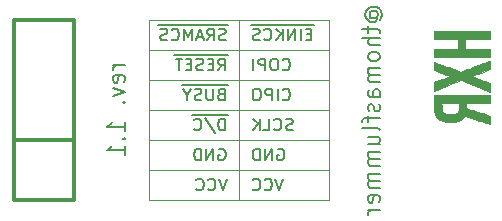
<source format=gbo>
G04 #@! TF.GenerationSoftware,KiCad,Pcbnew,(5.99.0-8084-g866e5df16a)*
G04 #@! TF.CreationDate,2021-01-03T17:36:52+01:00*
G04 #@! TF.ProjectId,e-ink_pmod,652d696e-6b5f-4706-9d6f-642e6b696361,1.1*
G04 #@! TF.SameCoordinates,PX525bfc0PY429d390*
G04 #@! TF.FileFunction,Legend,Bot*
G04 #@! TF.FilePolarity,Positive*
%FSLAX46Y46*%
G04 Gerber Fmt 4.6, Leading zero omitted, Abs format (unit mm)*
G04 Created by KiCad (PCBNEW (5.99.0-8084-g866e5df16a)) date 2021-01-03 17:36:52*
%MOMM*%
%LPD*%
G01*
G04 APERTURE LIST*
%ADD10C,0.120000*%
%ADD11C,0.200000*%
%ADD12C,0.150000*%
%ADD13C,0.304800*%
%ADD14C,0.010000*%
G04 APERTURE END LIST*
D10*
X13970000Y-2540000D02*
X21590000Y-2540000D01*
X29210000Y-17780000D02*
X21590000Y-17780000D01*
X13970000Y-15240000D02*
X29210000Y-15240000D01*
X29210000Y-12700000D02*
X13970000Y-12700000D01*
X21590000Y-2540000D02*
X29210000Y-2540000D01*
X21590000Y-17780000D02*
X13970000Y-17780000D01*
X13970000Y-10160000D02*
X29210000Y-10160000D01*
X29210000Y-2540000D02*
X29210000Y-17780000D01*
X13970000Y-5080000D02*
X29210000Y-5080000D01*
X29210000Y-7620000D02*
X13970000Y-7620000D01*
X13970000Y-17780000D02*
X13970000Y-2540000D01*
X21590000Y-2540000D02*
X21590000Y-17780000D01*
D11*
X32814285Y-2330000D02*
X32742857Y-2263333D01*
X32671428Y-2130000D01*
X32671428Y-1996666D01*
X32742857Y-1863333D01*
X32814285Y-1796666D01*
X32957142Y-1730000D01*
X33100000Y-1730000D01*
X33242857Y-1796666D01*
X33314285Y-1863333D01*
X33385714Y-1996666D01*
X33385714Y-2130000D01*
X33314285Y-2263333D01*
X33242857Y-2330000D01*
X32671428Y-2330000D02*
X33242857Y-2330000D01*
X33314285Y-2396666D01*
X33314285Y-2463333D01*
X33242857Y-2596666D01*
X33100000Y-2663333D01*
X32742857Y-2663333D01*
X32528571Y-2530000D01*
X32385714Y-2330000D01*
X32314285Y-2063333D01*
X32385714Y-1796666D01*
X32528571Y-1596666D01*
X32742857Y-1463333D01*
X33028571Y-1396666D01*
X33314285Y-1463333D01*
X33528571Y-1596666D01*
X33671428Y-1796666D01*
X33742857Y-2063333D01*
X33671428Y-2330000D01*
X33528571Y-2530000D01*
X32528571Y-3063333D02*
X32528571Y-3596666D01*
X32028571Y-3263333D02*
X33314285Y-3263333D01*
X33457142Y-3330000D01*
X33528571Y-3463333D01*
X33528571Y-3596666D01*
X33528571Y-4063333D02*
X32028571Y-4063333D01*
X33528571Y-4663333D02*
X32742857Y-4663333D01*
X32600000Y-4596666D01*
X32528571Y-4463333D01*
X32528571Y-4263333D01*
X32600000Y-4130000D01*
X32671428Y-4063333D01*
X33528571Y-5530000D02*
X33457142Y-5396666D01*
X33385714Y-5330000D01*
X33242857Y-5263333D01*
X32814285Y-5263333D01*
X32671428Y-5330000D01*
X32600000Y-5396666D01*
X32528571Y-5530000D01*
X32528571Y-5730000D01*
X32600000Y-5863333D01*
X32671428Y-5930000D01*
X32814285Y-5996666D01*
X33242857Y-5996666D01*
X33385714Y-5930000D01*
X33457142Y-5863333D01*
X33528571Y-5730000D01*
X33528571Y-5530000D01*
X33528571Y-6596666D02*
X32528571Y-6596666D01*
X32671428Y-6596666D02*
X32600000Y-6663333D01*
X32528571Y-6796666D01*
X32528571Y-6996666D01*
X32600000Y-7130000D01*
X32742857Y-7196666D01*
X33528571Y-7196666D01*
X32742857Y-7196666D02*
X32600000Y-7263333D01*
X32528571Y-7396666D01*
X32528571Y-7596666D01*
X32600000Y-7730000D01*
X32742857Y-7796666D01*
X33528571Y-7796666D01*
X33528571Y-9063333D02*
X32742857Y-9063333D01*
X32600000Y-8996666D01*
X32528571Y-8863333D01*
X32528571Y-8596666D01*
X32600000Y-8463333D01*
X33457142Y-9063333D02*
X33528571Y-8930000D01*
X33528571Y-8596666D01*
X33457142Y-8463333D01*
X33314285Y-8396666D01*
X33171428Y-8396666D01*
X33028571Y-8463333D01*
X32957142Y-8596666D01*
X32957142Y-8930000D01*
X32885714Y-9063333D01*
X33457142Y-9663333D02*
X33528571Y-9796666D01*
X33528571Y-10063333D01*
X33457142Y-10196666D01*
X33314285Y-10263333D01*
X33242857Y-10263333D01*
X33100000Y-10196666D01*
X33028571Y-10063333D01*
X33028571Y-9863333D01*
X32957142Y-9730000D01*
X32814285Y-9663333D01*
X32742857Y-9663333D01*
X32600000Y-9730000D01*
X32528571Y-9863333D01*
X32528571Y-10063333D01*
X32600000Y-10196666D01*
X32528571Y-10663333D02*
X32528571Y-11196666D01*
X33528571Y-10863333D02*
X32242857Y-10863333D01*
X32100000Y-10930000D01*
X32028571Y-11063333D01*
X32028571Y-11196666D01*
X33528571Y-11863333D02*
X33457142Y-11730000D01*
X33314285Y-11663333D01*
X32028571Y-11663333D01*
X32528571Y-12996666D02*
X33528571Y-12996666D01*
X32528571Y-12396666D02*
X33314285Y-12396666D01*
X33457142Y-12463333D01*
X33528571Y-12596666D01*
X33528571Y-12796666D01*
X33457142Y-12930000D01*
X33385714Y-12996666D01*
X33528571Y-13663333D02*
X32528571Y-13663333D01*
X32671428Y-13663333D02*
X32600000Y-13730000D01*
X32528571Y-13863333D01*
X32528571Y-14063333D01*
X32600000Y-14196666D01*
X32742857Y-14263333D01*
X33528571Y-14263333D01*
X32742857Y-14263333D02*
X32600000Y-14330000D01*
X32528571Y-14463333D01*
X32528571Y-14663333D01*
X32600000Y-14796666D01*
X32742857Y-14863333D01*
X33528571Y-14863333D01*
X33528571Y-15530000D02*
X32528571Y-15530000D01*
X32671428Y-15530000D02*
X32600000Y-15596666D01*
X32528571Y-15730000D01*
X32528571Y-15930000D01*
X32600000Y-16063333D01*
X32742857Y-16130000D01*
X33528571Y-16130000D01*
X32742857Y-16130000D02*
X32600000Y-16196666D01*
X32528571Y-16330000D01*
X32528571Y-16530000D01*
X32600000Y-16663333D01*
X32742857Y-16730000D01*
X33528571Y-16730000D01*
X33457142Y-17930000D02*
X33528571Y-17796666D01*
X33528571Y-17530000D01*
X33457142Y-17396666D01*
X33314285Y-17330000D01*
X32742857Y-17330000D01*
X32600000Y-17396666D01*
X32528571Y-17530000D01*
X32528571Y-17796666D01*
X32600000Y-17930000D01*
X32742857Y-17996666D01*
X32885714Y-17996666D01*
X33028571Y-17330000D01*
X33528571Y-18596666D02*
X32528571Y-18596666D01*
X32814285Y-18596666D02*
X32671428Y-18663333D01*
X32600000Y-18730000D01*
X32528571Y-18863333D01*
X32528571Y-18996666D01*
D12*
X20567261Y-15952380D02*
X20233928Y-16952380D01*
X19900595Y-15952380D01*
X18995833Y-16857142D02*
X19043452Y-16904761D01*
X19186309Y-16952380D01*
X19281547Y-16952380D01*
X19424404Y-16904761D01*
X19519642Y-16809523D01*
X19567261Y-16714285D01*
X19614880Y-16523809D01*
X19614880Y-16380952D01*
X19567261Y-16190476D01*
X19519642Y-16095238D01*
X19424404Y-16000000D01*
X19281547Y-15952380D01*
X19186309Y-15952380D01*
X19043452Y-16000000D01*
X18995833Y-16047619D01*
X17995833Y-16857142D02*
X18043452Y-16904761D01*
X18186309Y-16952380D01*
X18281547Y-16952380D01*
X18424404Y-16904761D01*
X18519642Y-16809523D01*
X18567261Y-16714285D01*
X18614880Y-16523809D01*
X18614880Y-16380952D01*
X18567261Y-16190476D01*
X18519642Y-16095238D01*
X18424404Y-16000000D01*
X18281547Y-15952380D01*
X18186309Y-15952380D01*
X18043452Y-16000000D01*
X17995833Y-16047619D01*
X20662500Y-5510000D02*
X19662500Y-5510000D01*
X19852976Y-6792380D02*
X20186309Y-6316190D01*
X20424404Y-6792380D02*
X20424404Y-5792380D01*
X20043452Y-5792380D01*
X19948214Y-5840000D01*
X19900595Y-5887619D01*
X19852976Y-5982857D01*
X19852976Y-6125714D01*
X19900595Y-6220952D01*
X19948214Y-6268571D01*
X20043452Y-6316190D01*
X20424404Y-6316190D01*
X19662500Y-5510000D02*
X18757738Y-5510000D01*
X19424404Y-6268571D02*
X19091071Y-6268571D01*
X18948214Y-6792380D02*
X19424404Y-6792380D01*
X19424404Y-5792380D01*
X18948214Y-5792380D01*
X18757738Y-5510000D02*
X17805357Y-5510000D01*
X18567261Y-6744761D02*
X18424404Y-6792380D01*
X18186309Y-6792380D01*
X18091071Y-6744761D01*
X18043452Y-6697142D01*
X17995833Y-6601904D01*
X17995833Y-6506666D01*
X18043452Y-6411428D01*
X18091071Y-6363809D01*
X18186309Y-6316190D01*
X18376785Y-6268571D01*
X18472023Y-6220952D01*
X18519642Y-6173333D01*
X18567261Y-6078095D01*
X18567261Y-5982857D01*
X18519642Y-5887619D01*
X18472023Y-5840000D01*
X18376785Y-5792380D01*
X18138690Y-5792380D01*
X17995833Y-5840000D01*
X17805357Y-5510000D02*
X16900595Y-5510000D01*
X17567261Y-6268571D02*
X17233928Y-6268571D01*
X17091071Y-6792380D02*
X17567261Y-6792380D01*
X17567261Y-5792380D01*
X17091071Y-5792380D01*
X16900595Y-5510000D02*
X16138690Y-5510000D01*
X16805357Y-5792380D02*
X16233928Y-5792380D01*
X16519642Y-6792380D02*
X16519642Y-5792380D01*
X25301785Y-6697142D02*
X25349404Y-6744761D01*
X25492261Y-6792380D01*
X25587500Y-6792380D01*
X25730357Y-6744761D01*
X25825595Y-6649523D01*
X25873214Y-6554285D01*
X25920833Y-6363809D01*
X25920833Y-6220952D01*
X25873214Y-6030476D01*
X25825595Y-5935238D01*
X25730357Y-5840000D01*
X25587500Y-5792380D01*
X25492261Y-5792380D01*
X25349404Y-5840000D01*
X25301785Y-5887619D01*
X24682738Y-5792380D02*
X24492261Y-5792380D01*
X24397023Y-5840000D01*
X24301785Y-5935238D01*
X24254166Y-6125714D01*
X24254166Y-6459047D01*
X24301785Y-6649523D01*
X24397023Y-6744761D01*
X24492261Y-6792380D01*
X24682738Y-6792380D01*
X24777976Y-6744761D01*
X24873214Y-6649523D01*
X24920833Y-6459047D01*
X24920833Y-6125714D01*
X24873214Y-5935238D01*
X24777976Y-5840000D01*
X24682738Y-5792380D01*
X23825595Y-6792380D02*
X23825595Y-5792380D01*
X23444642Y-5792380D01*
X23349404Y-5840000D01*
X23301785Y-5887619D01*
X23254166Y-5982857D01*
X23254166Y-6125714D01*
X23301785Y-6220952D01*
X23349404Y-6268571D01*
X23444642Y-6316190D01*
X23825595Y-6316190D01*
X22825595Y-6792380D02*
X22825595Y-5792380D01*
X24873214Y-13460000D02*
X24968452Y-13412380D01*
X25111309Y-13412380D01*
X25254166Y-13460000D01*
X25349404Y-13555238D01*
X25397023Y-13650476D01*
X25444642Y-13840952D01*
X25444642Y-13983809D01*
X25397023Y-14174285D01*
X25349404Y-14269523D01*
X25254166Y-14364761D01*
X25111309Y-14412380D01*
X25016071Y-14412380D01*
X24873214Y-14364761D01*
X24825595Y-14317142D01*
X24825595Y-13983809D01*
X25016071Y-13983809D01*
X24397023Y-14412380D02*
X24397023Y-13412380D01*
X23825595Y-14412380D01*
X23825595Y-13412380D01*
X23349404Y-14412380D02*
X23349404Y-13412380D01*
X23111309Y-13412380D01*
X22968452Y-13460000D01*
X22873214Y-13555238D01*
X22825595Y-13650476D01*
X22777976Y-13840952D01*
X22777976Y-13983809D01*
X22825595Y-14174285D01*
X22873214Y-14269523D01*
X22968452Y-14364761D01*
X23111309Y-14412380D01*
X23349404Y-14412380D01*
X20662500Y-2970000D02*
X19710119Y-2970000D01*
X20472023Y-4204761D02*
X20329166Y-4252380D01*
X20091071Y-4252380D01*
X19995833Y-4204761D01*
X19948214Y-4157142D01*
X19900595Y-4061904D01*
X19900595Y-3966666D01*
X19948214Y-3871428D01*
X19995833Y-3823809D01*
X20091071Y-3776190D01*
X20281547Y-3728571D01*
X20376785Y-3680952D01*
X20424404Y-3633333D01*
X20472023Y-3538095D01*
X20472023Y-3442857D01*
X20424404Y-3347619D01*
X20376785Y-3300000D01*
X20281547Y-3252380D01*
X20043452Y-3252380D01*
X19900595Y-3300000D01*
X19710119Y-2970000D02*
X18710119Y-2970000D01*
X18900595Y-4252380D02*
X19233928Y-3776190D01*
X19472023Y-4252380D02*
X19472023Y-3252380D01*
X19091071Y-3252380D01*
X18995833Y-3300000D01*
X18948214Y-3347619D01*
X18900595Y-3442857D01*
X18900595Y-3585714D01*
X18948214Y-3680952D01*
X18995833Y-3728571D01*
X19091071Y-3776190D01*
X19472023Y-3776190D01*
X18710119Y-2970000D02*
X17852976Y-2970000D01*
X18519642Y-3966666D02*
X18043452Y-3966666D01*
X18614880Y-4252380D02*
X18281547Y-3252380D01*
X17948214Y-4252380D01*
X17852976Y-2970000D02*
X16710119Y-2970000D01*
X17614880Y-4252380D02*
X17614880Y-3252380D01*
X17281547Y-3966666D01*
X16948214Y-3252380D01*
X16948214Y-4252380D01*
X16710119Y-2970000D02*
X15710119Y-2970000D01*
X15900595Y-4157142D02*
X15948214Y-4204761D01*
X16091071Y-4252380D01*
X16186309Y-4252380D01*
X16329166Y-4204761D01*
X16424404Y-4109523D01*
X16472023Y-4014285D01*
X16519642Y-3823809D01*
X16519642Y-3680952D01*
X16472023Y-3490476D01*
X16424404Y-3395238D01*
X16329166Y-3300000D01*
X16186309Y-3252380D01*
X16091071Y-3252380D01*
X15948214Y-3300000D01*
X15900595Y-3347619D01*
X15710119Y-2970000D02*
X14757738Y-2970000D01*
X15519642Y-4204761D02*
X15376785Y-4252380D01*
X15138690Y-4252380D01*
X15043452Y-4204761D01*
X14995833Y-4157142D01*
X14948214Y-4061904D01*
X14948214Y-3966666D01*
X14995833Y-3871428D01*
X15043452Y-3823809D01*
X15138690Y-3776190D01*
X15329166Y-3728571D01*
X15424404Y-3680952D01*
X15472023Y-3633333D01*
X15519642Y-3538095D01*
X15519642Y-3442857D01*
X15472023Y-3347619D01*
X15424404Y-3300000D01*
X15329166Y-3252380D01*
X15091071Y-3252380D01*
X14948214Y-3300000D01*
X26158928Y-11824761D02*
X26016071Y-11872380D01*
X25777976Y-11872380D01*
X25682738Y-11824761D01*
X25635119Y-11777142D01*
X25587500Y-11681904D01*
X25587500Y-11586666D01*
X25635119Y-11491428D01*
X25682738Y-11443809D01*
X25777976Y-11396190D01*
X25968452Y-11348571D01*
X26063690Y-11300952D01*
X26111309Y-11253333D01*
X26158928Y-11158095D01*
X26158928Y-11062857D01*
X26111309Y-10967619D01*
X26063690Y-10920000D01*
X25968452Y-10872380D01*
X25730357Y-10872380D01*
X25587500Y-10920000D01*
X24587500Y-11777142D02*
X24635119Y-11824761D01*
X24777976Y-11872380D01*
X24873214Y-11872380D01*
X25016071Y-11824761D01*
X25111309Y-11729523D01*
X25158928Y-11634285D01*
X25206547Y-11443809D01*
X25206547Y-11300952D01*
X25158928Y-11110476D01*
X25111309Y-11015238D01*
X25016071Y-10920000D01*
X24873214Y-10872380D01*
X24777976Y-10872380D01*
X24635119Y-10920000D01*
X24587500Y-10967619D01*
X23682738Y-11872380D02*
X24158928Y-11872380D01*
X24158928Y-10872380D01*
X23349404Y-11872380D02*
X23349404Y-10872380D01*
X22777976Y-11872380D02*
X23206547Y-11300952D01*
X22777976Y-10872380D02*
X23349404Y-11443809D01*
D11*
X11928571Y-6363333D02*
X10928571Y-6363333D01*
X11214285Y-6363333D02*
X11071428Y-6430000D01*
X11000000Y-6496666D01*
X10928571Y-6630000D01*
X10928571Y-6763333D01*
X11857142Y-7763333D02*
X11928571Y-7630000D01*
X11928571Y-7363333D01*
X11857142Y-7230000D01*
X11714285Y-7163333D01*
X11142857Y-7163333D01*
X11000000Y-7230000D01*
X10928571Y-7363333D01*
X10928571Y-7630000D01*
X11000000Y-7763333D01*
X11142857Y-7830000D01*
X11285714Y-7830000D01*
X11428571Y-7163333D01*
X10928571Y-8296666D02*
X11928571Y-8630000D01*
X10928571Y-8963333D01*
X11785714Y-9496666D02*
X11857142Y-9563333D01*
X11928571Y-9496666D01*
X11857142Y-9430000D01*
X11785714Y-9496666D01*
X11928571Y-9496666D01*
X11928571Y-11963333D02*
X11928571Y-11163333D01*
X11928571Y-11563333D02*
X10428571Y-11563333D01*
X10642857Y-11430000D01*
X10785714Y-11296666D01*
X10857142Y-11163333D01*
X11785714Y-12563333D02*
X11857142Y-12630000D01*
X11928571Y-12563333D01*
X11857142Y-12496666D01*
X11785714Y-12563333D01*
X11928571Y-12563333D01*
X11928571Y-13963333D02*
X11928571Y-13163333D01*
X11928571Y-13563333D02*
X10428571Y-13563333D01*
X10642857Y-13430000D01*
X10785714Y-13296666D01*
X10857142Y-13163333D01*
D12*
X20662500Y-8050000D02*
X19662500Y-8050000D01*
X20091071Y-8808571D02*
X19948214Y-8856190D01*
X19900595Y-8903809D01*
X19852976Y-8999047D01*
X19852976Y-9141904D01*
X19900595Y-9237142D01*
X19948214Y-9284761D01*
X20043452Y-9332380D01*
X20424404Y-9332380D01*
X20424404Y-8332380D01*
X20091071Y-8332380D01*
X19995833Y-8380000D01*
X19948214Y-8427619D01*
X19900595Y-8522857D01*
X19900595Y-8618095D01*
X19948214Y-8713333D01*
X19995833Y-8760952D01*
X20091071Y-8808571D01*
X20424404Y-8808571D01*
X19662500Y-8050000D02*
X18614880Y-8050000D01*
X19424404Y-8332380D02*
X19424404Y-9141904D01*
X19376785Y-9237142D01*
X19329166Y-9284761D01*
X19233928Y-9332380D01*
X19043452Y-9332380D01*
X18948214Y-9284761D01*
X18900595Y-9237142D01*
X18852976Y-9141904D01*
X18852976Y-8332380D01*
X18614880Y-8050000D02*
X17662500Y-8050000D01*
X18424404Y-9284761D02*
X18281547Y-9332380D01*
X18043452Y-9332380D01*
X17948214Y-9284761D01*
X17900595Y-9237142D01*
X17852976Y-9141904D01*
X17852976Y-9046666D01*
X17900595Y-8951428D01*
X17948214Y-8903809D01*
X18043452Y-8856190D01*
X18233928Y-8808571D01*
X18329166Y-8760952D01*
X18376785Y-8713333D01*
X18424404Y-8618095D01*
X18424404Y-8522857D01*
X18376785Y-8427619D01*
X18329166Y-8380000D01*
X18233928Y-8332380D01*
X17995833Y-8332380D01*
X17852976Y-8380000D01*
X17662500Y-8050000D02*
X16805357Y-8050000D01*
X17233928Y-8856190D02*
X17233928Y-9332380D01*
X17567261Y-8332380D02*
X17233928Y-8856190D01*
X16900595Y-8332380D01*
X20662500Y-10590000D02*
X19662500Y-10590000D01*
X20424404Y-11872380D02*
X20424404Y-10872380D01*
X20186309Y-10872380D01*
X20043452Y-10920000D01*
X19948214Y-11015238D01*
X19900595Y-11110476D01*
X19852976Y-11300952D01*
X19852976Y-11443809D01*
X19900595Y-11634285D01*
X19948214Y-11729523D01*
X20043452Y-11824761D01*
X20186309Y-11872380D01*
X20424404Y-11872380D01*
X19662500Y-10590000D02*
X18614880Y-10590000D01*
X18710119Y-10824761D02*
X19567261Y-12110476D01*
X18614880Y-10590000D02*
X17614880Y-10590000D01*
X17805357Y-11777142D02*
X17852976Y-11824761D01*
X17995833Y-11872380D01*
X18091071Y-11872380D01*
X18233928Y-11824761D01*
X18329166Y-11729523D01*
X18376785Y-11634285D01*
X18424404Y-11443809D01*
X18424404Y-11300952D01*
X18376785Y-11110476D01*
X18329166Y-11015238D01*
X18233928Y-10920000D01*
X18091071Y-10872380D01*
X17995833Y-10872380D01*
X17852976Y-10920000D01*
X17805357Y-10967619D01*
X19900595Y-13460000D02*
X19995833Y-13412380D01*
X20138690Y-13412380D01*
X20281547Y-13460000D01*
X20376785Y-13555238D01*
X20424404Y-13650476D01*
X20472023Y-13840952D01*
X20472023Y-13983809D01*
X20424404Y-14174285D01*
X20376785Y-14269523D01*
X20281547Y-14364761D01*
X20138690Y-14412380D01*
X20043452Y-14412380D01*
X19900595Y-14364761D01*
X19852976Y-14317142D01*
X19852976Y-13983809D01*
X20043452Y-13983809D01*
X19424404Y-14412380D02*
X19424404Y-13412380D01*
X18852976Y-14412380D01*
X18852976Y-13412380D01*
X18376785Y-14412380D02*
X18376785Y-13412380D01*
X18138690Y-13412380D01*
X17995833Y-13460000D01*
X17900595Y-13555238D01*
X17852976Y-13650476D01*
X17805357Y-13840952D01*
X17805357Y-13983809D01*
X17852976Y-14174285D01*
X17900595Y-14269523D01*
X17995833Y-14364761D01*
X18138690Y-14412380D01*
X18376785Y-14412380D01*
X25349404Y-15952380D02*
X25016071Y-16952380D01*
X24682738Y-15952380D01*
X23777976Y-16857142D02*
X23825595Y-16904761D01*
X23968452Y-16952380D01*
X24063690Y-16952380D01*
X24206547Y-16904761D01*
X24301785Y-16809523D01*
X24349404Y-16714285D01*
X24397023Y-16523809D01*
X24397023Y-16380952D01*
X24349404Y-16190476D01*
X24301785Y-16095238D01*
X24206547Y-16000000D01*
X24063690Y-15952380D01*
X23968452Y-15952380D01*
X23825595Y-16000000D01*
X23777976Y-16047619D01*
X22777976Y-16857142D02*
X22825595Y-16904761D01*
X22968452Y-16952380D01*
X23063690Y-16952380D01*
X23206547Y-16904761D01*
X23301785Y-16809523D01*
X23349404Y-16714285D01*
X23397023Y-16523809D01*
X23397023Y-16380952D01*
X23349404Y-16190476D01*
X23301785Y-16095238D01*
X23206547Y-16000000D01*
X23063690Y-15952380D01*
X22968452Y-15952380D01*
X22825595Y-16000000D01*
X22777976Y-16047619D01*
X25301785Y-9237142D02*
X25349404Y-9284761D01*
X25492261Y-9332380D01*
X25587500Y-9332380D01*
X25730357Y-9284761D01*
X25825595Y-9189523D01*
X25873214Y-9094285D01*
X25920833Y-8903809D01*
X25920833Y-8760952D01*
X25873214Y-8570476D01*
X25825595Y-8475238D01*
X25730357Y-8380000D01*
X25587500Y-8332380D01*
X25492261Y-8332380D01*
X25349404Y-8380000D01*
X25301785Y-8427619D01*
X24873214Y-9332380D02*
X24873214Y-8332380D01*
X24397023Y-9332380D02*
X24397023Y-8332380D01*
X24016071Y-8332380D01*
X23920833Y-8380000D01*
X23873214Y-8427619D01*
X23825595Y-8522857D01*
X23825595Y-8665714D01*
X23873214Y-8760952D01*
X23920833Y-8808571D01*
X24016071Y-8856190D01*
X24397023Y-8856190D01*
X23206547Y-8332380D02*
X23016071Y-8332380D01*
X22920833Y-8380000D01*
X22825595Y-8475238D01*
X22777976Y-8665714D01*
X22777976Y-8999047D01*
X22825595Y-9189523D01*
X22920833Y-9284761D01*
X23016071Y-9332380D01*
X23206547Y-9332380D01*
X23301785Y-9284761D01*
X23397023Y-9189523D01*
X23444642Y-8999047D01*
X23444642Y-8665714D01*
X23397023Y-8475238D01*
X23301785Y-8380000D01*
X23206547Y-8332380D01*
X27968452Y-2970000D02*
X27063690Y-2970000D01*
X27730357Y-3728571D02*
X27397023Y-3728571D01*
X27254166Y-4252380D02*
X27730357Y-4252380D01*
X27730357Y-3252380D01*
X27254166Y-3252380D01*
X27063690Y-2970000D02*
X26587500Y-2970000D01*
X26825595Y-4252380D02*
X26825595Y-3252380D01*
X26587500Y-2970000D02*
X25539880Y-2970000D01*
X26349404Y-4252380D02*
X26349404Y-3252380D01*
X25777976Y-4252380D01*
X25777976Y-3252380D01*
X25539880Y-2970000D02*
X24539880Y-2970000D01*
X25301785Y-4252380D02*
X25301785Y-3252380D01*
X24730357Y-4252380D02*
X25158928Y-3680952D01*
X24730357Y-3252380D02*
X25301785Y-3823809D01*
X24539880Y-2970000D02*
X23539880Y-2970000D01*
X23730357Y-4157142D02*
X23777976Y-4204761D01*
X23920833Y-4252380D01*
X24016071Y-4252380D01*
X24158928Y-4204761D01*
X24254166Y-4109523D01*
X24301785Y-4014285D01*
X24349404Y-3823809D01*
X24349404Y-3680952D01*
X24301785Y-3490476D01*
X24254166Y-3395238D01*
X24158928Y-3300000D01*
X24016071Y-3252380D01*
X23920833Y-3252380D01*
X23777976Y-3300000D01*
X23730357Y-3347619D01*
X23539880Y-2970000D02*
X22587500Y-2970000D01*
X23349404Y-4204761D02*
X23206547Y-4252380D01*
X22968452Y-4252380D01*
X22873214Y-4204761D01*
X22825595Y-4157142D01*
X22777976Y-4061904D01*
X22777976Y-3966666D01*
X22825595Y-3871428D01*
X22873214Y-3823809D01*
X22968452Y-3776190D01*
X23158928Y-3728571D01*
X23254166Y-3680952D01*
X23301785Y-3633333D01*
X23349404Y-3538095D01*
X23349404Y-3442857D01*
X23301785Y-3347619D01*
X23254166Y-3300000D01*
X23158928Y-3252380D01*
X22920833Y-3252380D01*
X22777976Y-3300000D01*
D13*
X7620000Y-2540000D02*
X2540000Y-2540000D01*
X2540000Y-2540000D02*
X2540000Y-17780000D01*
X2540000Y-17780000D02*
X7620000Y-17780000D01*
X7620000Y-17780000D02*
X7620000Y-2540000D01*
X7620000Y-12700000D02*
X2540000Y-12700000D01*
D14*
X38109751Y-9530278D02*
X38112395Y-9813828D01*
X38112395Y-9813828D02*
X38121190Y-10048425D01*
X38121190Y-10048425D02*
X38138030Y-10241399D01*
X38138030Y-10241399D02*
X38164814Y-10400080D01*
X38164814Y-10400080D02*
X38203436Y-10531800D01*
X38203436Y-10531800D02*
X38255794Y-10643888D01*
X38255794Y-10643888D02*
X38323784Y-10743675D01*
X38323784Y-10743675D02*
X38409302Y-10838491D01*
X38409302Y-10838491D02*
X38460973Y-10887937D01*
X38460973Y-10887937D02*
X38643800Y-11019060D01*
X38643800Y-11019060D02*
X38868043Y-11115093D01*
X38868043Y-11115093D02*
X39130168Y-11175089D01*
X39130168Y-11175089D02*
X39426641Y-11198098D01*
X39426641Y-11198098D02*
X39603818Y-11194606D01*
X39603818Y-11194606D02*
X39879833Y-11166787D01*
X39879833Y-11166787D02*
X40111388Y-11112238D01*
X40111388Y-11112238D02*
X40305207Y-11028022D01*
X40305207Y-11028022D02*
X40468014Y-10911202D01*
X40468014Y-10911202D02*
X40606532Y-10758841D01*
X40606532Y-10758841D02*
X40608948Y-10755616D01*
X40608948Y-10755616D02*
X40711482Y-10618276D01*
X40711482Y-10618276D02*
X41731685Y-10963135D01*
X41731685Y-10963135D02*
X41962462Y-11041099D01*
X41962462Y-11041099D02*
X42178281Y-11113922D01*
X42178281Y-11113922D02*
X42372859Y-11179491D01*
X42372859Y-11179491D02*
X42539911Y-11235692D01*
X42539911Y-11235692D02*
X42673153Y-11280411D01*
X42673153Y-11280411D02*
X42766302Y-11311534D01*
X42766302Y-11311534D02*
X42813073Y-11326947D01*
X42813073Y-11326947D02*
X42815389Y-11327677D01*
X42815389Y-11327677D02*
X42878889Y-11347359D01*
X42878889Y-11347359D02*
X42878889Y-10621466D01*
X42878889Y-10621466D02*
X42265056Y-10430303D01*
X42265056Y-10430303D02*
X42056438Y-10365268D01*
X42056438Y-10365268D02*
X41836352Y-10296542D01*
X41836352Y-10296542D02*
X41620643Y-10229081D01*
X41620643Y-10229081D02*
X41425156Y-10167841D01*
X41425156Y-10167841D02*
X41265734Y-10117777D01*
X41265734Y-10117777D02*
X41249056Y-10112528D01*
X41249056Y-10112528D02*
X40846889Y-9985915D01*
X40846889Y-9985915D02*
X40846889Y-9593778D01*
X40846889Y-9593778D02*
X42878889Y-9593778D01*
X42878889Y-9593778D02*
X42878889Y-8888222D01*
X42878889Y-8888222D02*
X40226000Y-8888222D01*
X40226000Y-8888222D02*
X40226000Y-9593778D01*
X40226000Y-9593778D02*
X40226000Y-9877124D01*
X40226000Y-9877124D02*
X40223578Y-10021977D01*
X40223578Y-10021977D02*
X40214855Y-10125728D01*
X40214855Y-10125728D02*
X40197647Y-10203567D01*
X40197647Y-10203567D02*
X40169771Y-10270687D01*
X40169771Y-10270687D02*
X40169279Y-10271654D01*
X40169279Y-10271654D02*
X40124441Y-10346277D01*
X40124441Y-10346277D02*
X40071035Y-10401389D01*
X40071035Y-10401389D02*
X39999979Y-10440125D01*
X39999979Y-10440125D02*
X39902192Y-10465623D01*
X39902192Y-10465623D02*
X39768591Y-10481020D01*
X39768591Y-10481020D02*
X39590097Y-10489453D01*
X39590097Y-10489453D02*
X39534556Y-10490907D01*
X39534556Y-10490907D02*
X39374962Y-10493964D01*
X39374962Y-10493964D02*
X39259937Y-10493616D01*
X39259937Y-10493616D02*
X39177645Y-10488594D01*
X39177645Y-10488594D02*
X39116251Y-10477629D01*
X39116251Y-10477629D02*
X39063918Y-10459453D01*
X39063918Y-10459453D02*
X39013090Y-10435008D01*
X39013090Y-10435008D02*
X38919396Y-10376682D01*
X38919396Y-10376682D02*
X38852643Y-10306729D01*
X38852643Y-10306729D02*
X38808000Y-10214506D01*
X38808000Y-10214506D02*
X38780639Y-10089371D01*
X38780639Y-10089371D02*
X38765727Y-9920682D01*
X38765727Y-9920682D02*
X38764058Y-9886343D01*
X38764058Y-9886343D02*
X38751046Y-9593778D01*
X38751046Y-9593778D02*
X40226000Y-9593778D01*
X40226000Y-9593778D02*
X40226000Y-8888222D01*
X40226000Y-8888222D02*
X38109334Y-8888222D01*
X38109334Y-8888222D02*
X38109751Y-9530278D01*
X38109751Y-9530278D02*
X38109751Y-9530278D01*
G36*
X42878889Y-9593778D02*
G01*
X40846889Y-9593778D01*
X40846889Y-9985915D01*
X41249056Y-10112528D01*
X41265734Y-10117777D01*
X41425156Y-10167841D01*
X41620643Y-10229081D01*
X41836352Y-10296542D01*
X42056438Y-10365268D01*
X42265056Y-10430303D01*
X42878889Y-10621466D01*
X42878889Y-11347359D01*
X42815389Y-11327677D01*
X42813073Y-11326947D01*
X42766302Y-11311534D01*
X42673153Y-11280411D01*
X42539911Y-11235692D01*
X42372859Y-11179491D01*
X42178281Y-11113922D01*
X41962462Y-11041099D01*
X41731685Y-10963135D01*
X40711482Y-10618276D01*
X40608948Y-10755616D01*
X40606532Y-10758841D01*
X40468014Y-10911202D01*
X40305207Y-11028022D01*
X40111388Y-11112238D01*
X39879833Y-11166787D01*
X39603818Y-11194606D01*
X39426641Y-11198098D01*
X39130168Y-11175089D01*
X38868043Y-11115093D01*
X38643800Y-11019060D01*
X38460973Y-10887937D01*
X38409302Y-10838491D01*
X38323784Y-10743675D01*
X38255794Y-10643888D01*
X38203436Y-10531800D01*
X38164814Y-10400080D01*
X38138030Y-10241399D01*
X38121190Y-10048425D01*
X38112395Y-9813828D01*
X38110344Y-9593778D01*
X38751046Y-9593778D01*
X38764058Y-9886343D01*
X38765727Y-9920682D01*
X38780639Y-10089371D01*
X38808000Y-10214506D01*
X38852643Y-10306729D01*
X38919396Y-10376682D01*
X39013090Y-10435008D01*
X39063918Y-10459453D01*
X39116251Y-10477629D01*
X39177645Y-10488594D01*
X39259937Y-10493616D01*
X39374962Y-10493964D01*
X39534556Y-10490907D01*
X39590097Y-10489453D01*
X39768591Y-10481020D01*
X39902192Y-10465623D01*
X39999979Y-10440125D01*
X40071035Y-10401389D01*
X40124441Y-10346277D01*
X40169279Y-10271654D01*
X40169771Y-10270687D01*
X40197647Y-10203567D01*
X40214855Y-10125728D01*
X40223578Y-10021977D01*
X40226000Y-9877124D01*
X40226000Y-9593778D01*
X38751046Y-9593778D01*
X38110344Y-9593778D01*
X38109751Y-9530278D01*
X38109334Y-8888222D01*
X42878889Y-8888222D01*
X42878889Y-9593778D01*
G37*
X42878889Y-9593778D02*
X40846889Y-9593778D01*
X40846889Y-9985915D01*
X41249056Y-10112528D01*
X41265734Y-10117777D01*
X41425156Y-10167841D01*
X41620643Y-10229081D01*
X41836352Y-10296542D01*
X42056438Y-10365268D01*
X42265056Y-10430303D01*
X42878889Y-10621466D01*
X42878889Y-11347359D01*
X42815389Y-11327677D01*
X42813073Y-11326947D01*
X42766302Y-11311534D01*
X42673153Y-11280411D01*
X42539911Y-11235692D01*
X42372859Y-11179491D01*
X42178281Y-11113922D01*
X41962462Y-11041099D01*
X41731685Y-10963135D01*
X40711482Y-10618276D01*
X40608948Y-10755616D01*
X40606532Y-10758841D01*
X40468014Y-10911202D01*
X40305207Y-11028022D01*
X40111388Y-11112238D01*
X39879833Y-11166787D01*
X39603818Y-11194606D01*
X39426641Y-11198098D01*
X39130168Y-11175089D01*
X38868043Y-11115093D01*
X38643800Y-11019060D01*
X38460973Y-10887937D01*
X38409302Y-10838491D01*
X38323784Y-10743675D01*
X38255794Y-10643888D01*
X38203436Y-10531800D01*
X38164814Y-10400080D01*
X38138030Y-10241399D01*
X38121190Y-10048425D01*
X38112395Y-9813828D01*
X38110344Y-9593778D01*
X38751046Y-9593778D01*
X38764058Y-9886343D01*
X38765727Y-9920682D01*
X38780639Y-10089371D01*
X38808000Y-10214506D01*
X38852643Y-10306729D01*
X38919396Y-10376682D01*
X39013090Y-10435008D01*
X39063918Y-10459453D01*
X39116251Y-10477629D01*
X39177645Y-10488594D01*
X39259937Y-10493616D01*
X39374962Y-10493964D01*
X39534556Y-10490907D01*
X39590097Y-10489453D01*
X39768591Y-10481020D01*
X39902192Y-10465623D01*
X39999979Y-10440125D01*
X40071035Y-10401389D01*
X40124441Y-10346277D01*
X40169279Y-10271654D01*
X40169771Y-10270687D01*
X40197647Y-10203567D01*
X40214855Y-10125728D01*
X40223578Y-10021977D01*
X40226000Y-9877124D01*
X40226000Y-9593778D01*
X38751046Y-9593778D01*
X38110344Y-9593778D01*
X38109751Y-9530278D01*
X38109334Y-8888222D01*
X42878889Y-8888222D01*
X42878889Y-9593778D01*
X38110599Y-8317485D02*
X38114834Y-8423625D01*
X38114834Y-8423625D02*
X38122701Y-8486558D01*
X38122701Y-8486558D02*
X38134858Y-8512877D01*
X38134858Y-8512877D02*
X38144611Y-8513791D01*
X38144611Y-8513791D02*
X38177625Y-8500685D01*
X38177625Y-8500685D02*
X38257389Y-8468845D01*
X38257389Y-8468845D02*
X38378260Y-8420528D01*
X38378260Y-8420528D02*
X38534592Y-8357995D01*
X38534592Y-8357995D02*
X38720740Y-8283501D01*
X38720740Y-8283501D02*
X38931060Y-8199307D01*
X38931060Y-8199307D02*
X39159907Y-8107669D01*
X39159907Y-8107669D02*
X39280556Y-8059348D01*
X39280556Y-8059348D02*
X40381222Y-7618487D01*
X40381222Y-7618487D02*
X42864778Y-8598763D01*
X42864778Y-8598763D02*
X42872712Y-8244838D01*
X42872712Y-8244838D02*
X42874064Y-8108794D01*
X42874064Y-8108794D02*
X42872008Y-7993781D01*
X42872008Y-7993781D02*
X42866976Y-7911243D01*
X42866976Y-7911243D02*
X42859402Y-7872625D01*
X42859402Y-7872625D02*
X42858601Y-7871687D01*
X42858601Y-7871687D02*
X42827342Y-7857351D01*
X42827342Y-7857351D02*
X42749953Y-7826370D01*
X42749953Y-7826370D02*
X42633350Y-7781380D01*
X42633350Y-7781380D02*
X42484451Y-7725017D01*
X42484451Y-7725017D02*
X42310176Y-7659919D01*
X42310176Y-7659919D02*
X42117440Y-7588721D01*
X42117440Y-7588721D02*
X42081611Y-7575567D01*
X42081611Y-7575567D02*
X41887604Y-7503816D01*
X41887604Y-7503816D02*
X41712055Y-7437747D01*
X41712055Y-7437747D02*
X41561626Y-7379961D01*
X41561626Y-7379961D02*
X41442980Y-7333058D01*
X41442980Y-7333058D02*
X41362779Y-7299637D01*
X41362779Y-7299637D02*
X41327686Y-7282297D01*
X41327686Y-7282297D02*
X41326667Y-7281003D01*
X41326667Y-7281003D02*
X41352109Y-7267177D01*
X41352109Y-7267177D02*
X41424034Y-7236739D01*
X41424034Y-7236739D02*
X41535840Y-7192259D01*
X41535840Y-7192259D02*
X41680926Y-7136309D01*
X41680926Y-7136309D02*
X41852690Y-7071459D01*
X41852690Y-7071459D02*
X42044531Y-7000282D01*
X42044531Y-7000282D02*
X42095722Y-6981482D01*
X42095722Y-6981482D02*
X42864778Y-6699633D01*
X42864778Y-6699633D02*
X42872677Y-6340483D01*
X42872677Y-6340483D02*
X42873793Y-6205317D01*
X42873793Y-6205317D02*
X42871177Y-6093480D01*
X42871177Y-6093480D02*
X42865335Y-6015497D01*
X42865335Y-6015497D02*
X42856774Y-5981897D01*
X42856774Y-5981897D02*
X42855368Y-5981334D01*
X42855368Y-5981334D02*
X42824648Y-5991204D01*
X42824648Y-5991204D02*
X42746655Y-6019467D01*
X42746655Y-6019467D02*
X42626737Y-6064099D01*
X42626737Y-6064099D02*
X42470245Y-6123077D01*
X42470245Y-6123077D02*
X42282527Y-6194377D01*
X42282527Y-6194377D02*
X42068933Y-6275975D01*
X42068933Y-6275975D02*
X41834812Y-6365849D01*
X41834812Y-6365849D02*
X41624277Y-6447000D01*
X41624277Y-6447000D02*
X41376437Y-6542397D01*
X41376437Y-6542397D02*
X41144130Y-6631218D01*
X41144130Y-6631218D02*
X40932777Y-6711434D01*
X40932777Y-6711434D02*
X40747799Y-6781016D01*
X40747799Y-6781016D02*
X40594615Y-6837933D01*
X40594615Y-6837933D02*
X40478646Y-6880156D01*
X40478646Y-6880156D02*
X40405313Y-6905656D01*
X40405313Y-6905656D02*
X40380629Y-6912667D01*
X40380629Y-6912667D02*
X40347042Y-6902660D01*
X40347042Y-6902660D02*
X40266607Y-6874066D01*
X40266607Y-6874066D02*
X40144978Y-6829028D01*
X40144978Y-6829028D02*
X39987809Y-6769688D01*
X39987809Y-6769688D02*
X39800751Y-6698188D01*
X39800751Y-6698188D02*
X39589459Y-6616671D01*
X39589459Y-6616671D02*
X39359585Y-6527279D01*
X39359585Y-6527279D02*
X39233155Y-6477834D01*
X39233155Y-6477834D02*
X38123445Y-6043001D01*
X38123445Y-6043001D02*
X38115510Y-6398014D01*
X38115510Y-6398014D02*
X38114094Y-6572346D01*
X38114094Y-6572346D02*
X38118944Y-6691960D01*
X38118944Y-6691960D02*
X38130146Y-6758246D01*
X38130146Y-6758246D02*
X38139251Y-6772603D01*
X38139251Y-6772603D02*
X38173686Y-6787360D01*
X38173686Y-6787360D02*
X38253538Y-6818379D01*
X38253538Y-6818379D02*
X38371127Y-6862779D01*
X38371127Y-6862779D02*
X38518773Y-6917676D01*
X38518773Y-6917676D02*
X38688794Y-6980189D01*
X38688794Y-6980189D02*
X38817464Y-7027102D01*
X38817464Y-7027102D02*
X38996517Y-7092900D01*
X38996517Y-7092900D02*
X39156541Y-7153119D01*
X39156541Y-7153119D02*
X39290322Y-7204928D01*
X39290322Y-7204928D02*
X39390643Y-7245496D01*
X39390643Y-7245496D02*
X39450289Y-7271992D01*
X39450289Y-7271992D02*
X39464000Y-7280822D01*
X39464000Y-7280822D02*
X39438620Y-7295206D01*
X39438620Y-7295206D02*
X39367171Y-7325937D01*
X39367171Y-7325937D02*
X39256693Y-7370244D01*
X39256693Y-7370244D02*
X39114224Y-7425352D01*
X39114224Y-7425352D02*
X38946804Y-7488489D01*
X38946804Y-7488489D02*
X38786667Y-7547667D01*
X38786667Y-7547667D02*
X38109334Y-7795713D01*
X38109334Y-7795713D02*
X38109334Y-8161543D01*
X38109334Y-8161543D02*
X38110599Y-8317485D01*
X38110599Y-8317485D02*
X38110599Y-8317485D01*
G36*
X42856774Y-5981897D02*
G01*
X42865335Y-6015497D01*
X42871177Y-6093480D01*
X42873793Y-6205317D01*
X42872677Y-6340483D01*
X42864778Y-6699633D01*
X42095722Y-6981482D01*
X42044531Y-7000282D01*
X41852690Y-7071459D01*
X41680926Y-7136309D01*
X41535840Y-7192259D01*
X41424034Y-7236739D01*
X41352109Y-7267177D01*
X41326667Y-7281003D01*
X41327686Y-7282297D01*
X41362779Y-7299637D01*
X41442980Y-7333058D01*
X41561626Y-7379961D01*
X41712055Y-7437747D01*
X41887604Y-7503816D01*
X42081611Y-7575567D01*
X42117440Y-7588721D01*
X42310176Y-7659919D01*
X42484451Y-7725017D01*
X42633350Y-7781380D01*
X42749953Y-7826370D01*
X42827342Y-7857351D01*
X42858601Y-7871687D01*
X42859402Y-7872625D01*
X42866976Y-7911243D01*
X42872008Y-7993781D01*
X42874064Y-8108794D01*
X42872712Y-8244838D01*
X42864778Y-8598763D01*
X40381222Y-7618487D01*
X39280556Y-8059348D01*
X39159907Y-8107669D01*
X38931060Y-8199307D01*
X38720740Y-8283501D01*
X38534592Y-8357995D01*
X38378260Y-8420528D01*
X38257389Y-8468845D01*
X38177625Y-8500685D01*
X38144611Y-8513791D01*
X38134858Y-8512877D01*
X38122701Y-8486558D01*
X38114834Y-8423625D01*
X38110599Y-8317485D01*
X38109334Y-8161543D01*
X38109334Y-7795713D01*
X38786667Y-7547667D01*
X38946804Y-7488489D01*
X39114224Y-7425352D01*
X39256693Y-7370244D01*
X39367171Y-7325937D01*
X39438620Y-7295206D01*
X39464000Y-7280822D01*
X39450289Y-7271992D01*
X39390643Y-7245496D01*
X39290322Y-7204928D01*
X39156541Y-7153119D01*
X38996517Y-7092900D01*
X38817464Y-7027102D01*
X38688794Y-6980189D01*
X38518773Y-6917676D01*
X38371127Y-6862779D01*
X38253538Y-6818379D01*
X38173686Y-6787360D01*
X38139251Y-6772603D01*
X38130146Y-6758246D01*
X38118944Y-6691960D01*
X38114094Y-6572346D01*
X38115510Y-6398014D01*
X38123445Y-6043001D01*
X39233155Y-6477834D01*
X39359585Y-6527279D01*
X39589459Y-6616671D01*
X39800751Y-6698188D01*
X39987809Y-6769688D01*
X40144978Y-6829028D01*
X40266607Y-6874066D01*
X40347042Y-6902660D01*
X40380629Y-6912667D01*
X40405313Y-6905656D01*
X40478646Y-6880156D01*
X40594615Y-6837933D01*
X40747799Y-6781016D01*
X40932777Y-6711434D01*
X41144130Y-6631218D01*
X41376437Y-6542397D01*
X41624277Y-6447000D01*
X41834812Y-6365849D01*
X42068933Y-6275975D01*
X42282527Y-6194377D01*
X42470245Y-6123077D01*
X42626737Y-6064099D01*
X42746655Y-6019467D01*
X42824648Y-5991204D01*
X42855368Y-5981334D01*
X42856774Y-5981897D01*
G37*
X42856774Y-5981897D02*
X42865335Y-6015497D01*
X42871177Y-6093480D01*
X42873793Y-6205317D01*
X42872677Y-6340483D01*
X42864778Y-6699633D01*
X42095722Y-6981482D01*
X42044531Y-7000282D01*
X41852690Y-7071459D01*
X41680926Y-7136309D01*
X41535840Y-7192259D01*
X41424034Y-7236739D01*
X41352109Y-7267177D01*
X41326667Y-7281003D01*
X41327686Y-7282297D01*
X41362779Y-7299637D01*
X41442980Y-7333058D01*
X41561626Y-7379961D01*
X41712055Y-7437747D01*
X41887604Y-7503816D01*
X42081611Y-7575567D01*
X42117440Y-7588721D01*
X42310176Y-7659919D01*
X42484451Y-7725017D01*
X42633350Y-7781380D01*
X42749953Y-7826370D01*
X42827342Y-7857351D01*
X42858601Y-7871687D01*
X42859402Y-7872625D01*
X42866976Y-7911243D01*
X42872008Y-7993781D01*
X42874064Y-8108794D01*
X42872712Y-8244838D01*
X42864778Y-8598763D01*
X40381222Y-7618487D01*
X39280556Y-8059348D01*
X39159907Y-8107669D01*
X38931060Y-8199307D01*
X38720740Y-8283501D01*
X38534592Y-8357995D01*
X38378260Y-8420528D01*
X38257389Y-8468845D01*
X38177625Y-8500685D01*
X38144611Y-8513791D01*
X38134858Y-8512877D01*
X38122701Y-8486558D01*
X38114834Y-8423625D01*
X38110599Y-8317485D01*
X38109334Y-8161543D01*
X38109334Y-7795713D01*
X38786667Y-7547667D01*
X38946804Y-7488489D01*
X39114224Y-7425352D01*
X39256693Y-7370244D01*
X39367171Y-7325937D01*
X39438620Y-7295206D01*
X39464000Y-7280822D01*
X39450289Y-7271992D01*
X39390643Y-7245496D01*
X39290322Y-7204928D01*
X39156541Y-7153119D01*
X38996517Y-7092900D01*
X38817464Y-7027102D01*
X38688794Y-6980189D01*
X38518773Y-6917676D01*
X38371127Y-6862779D01*
X38253538Y-6818379D01*
X38173686Y-6787360D01*
X38139251Y-6772603D01*
X38130146Y-6758246D01*
X38118944Y-6691960D01*
X38114094Y-6572346D01*
X38115510Y-6398014D01*
X38123445Y-6043001D01*
X39233155Y-6477834D01*
X39359585Y-6527279D01*
X39589459Y-6616671D01*
X39800751Y-6698188D01*
X39987809Y-6769688D01*
X40144978Y-6829028D01*
X40266607Y-6874066D01*
X40347042Y-6902660D01*
X40380629Y-6912667D01*
X40405313Y-6905656D01*
X40478646Y-6880156D01*
X40594615Y-6837933D01*
X40747799Y-6781016D01*
X40932777Y-6711434D01*
X41144130Y-6631218D01*
X41376437Y-6542397D01*
X41624277Y-6447000D01*
X41834812Y-6365849D01*
X42068933Y-6275975D01*
X42282527Y-6194377D01*
X42470245Y-6123077D01*
X42626737Y-6064099D01*
X42746655Y-6019467D01*
X42824648Y-5991204D01*
X42855368Y-5981334D01*
X42856774Y-5981897D01*
X42880626Y-5670889D02*
X42864778Y-4979445D01*
X42864778Y-4979445D02*
X40762222Y-4964647D01*
X40762222Y-4964647D02*
X40762222Y-4146889D01*
X40762222Y-4146889D02*
X42878889Y-4146889D01*
X42878889Y-4146889D02*
X42878889Y-3469556D01*
X42878889Y-3469556D02*
X38109334Y-3469556D01*
X38109334Y-3469556D02*
X38109334Y-4146889D01*
X38109334Y-4146889D02*
X40141334Y-4146889D01*
X40141334Y-4146889D02*
X40141334Y-4964621D01*
X40141334Y-4964621D02*
X39132389Y-4972033D01*
X39132389Y-4972033D02*
X38123445Y-4979445D01*
X38123445Y-4979445D02*
X38115520Y-5325167D01*
X38115520Y-5325167D02*
X38107597Y-5670889D01*
X38107597Y-5670889D02*
X42880626Y-5670889D01*
X42880626Y-5670889D02*
X42880626Y-5670889D01*
G36*
X42878889Y-4146889D02*
G01*
X40762222Y-4146889D01*
X40762222Y-4964647D01*
X42864778Y-4979445D01*
X42880626Y-5670889D01*
X38107597Y-5670889D01*
X38115520Y-5325167D01*
X38123445Y-4979445D01*
X39132389Y-4972033D01*
X40141334Y-4964621D01*
X40141334Y-4146889D01*
X38109334Y-4146889D01*
X38109334Y-3469556D01*
X42878889Y-3469556D01*
X42878889Y-4146889D01*
G37*
X42878889Y-4146889D02*
X40762222Y-4146889D01*
X40762222Y-4964647D01*
X42864778Y-4979445D01*
X42880626Y-5670889D01*
X38107597Y-5670889D01*
X38115520Y-5325167D01*
X38123445Y-4979445D01*
X39132389Y-4972033D01*
X40141334Y-4964621D01*
X40141334Y-4146889D01*
X38109334Y-4146889D01*
X38109334Y-3469556D01*
X42878889Y-3469556D01*
X42878889Y-4146889D01*
M02*

</source>
